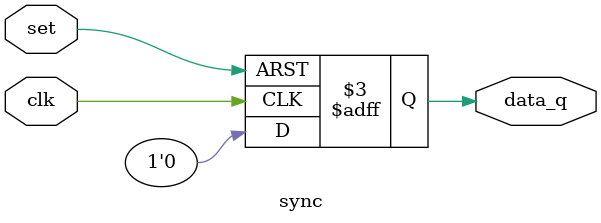
<source format=v>
module sync(
    input wire clk,
    input wire set,
    output reg data_q
);

always @(negedge clk or posedge set) begin
    if(set == 1)
    data_q <= 1;
    else 
    data_q <= 0;
end

endmodule
</source>
